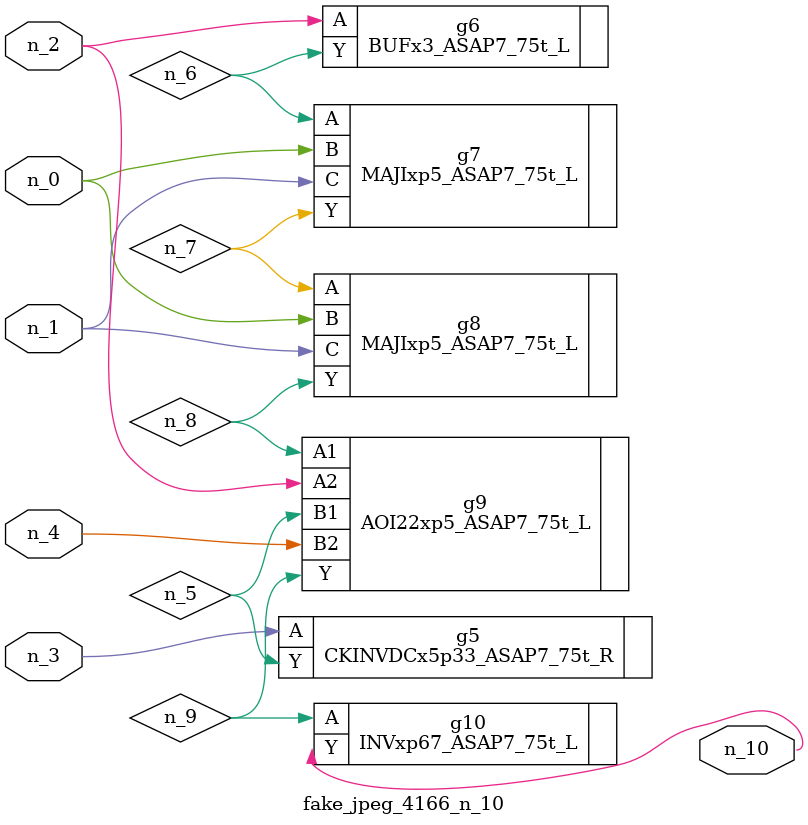
<source format=v>
module fake_jpeg_4166_n_10 (n_3, n_2, n_1, n_0, n_4, n_10);

input n_3;
input n_2;
input n_1;
input n_0;
input n_4;

output n_10;

wire n_8;
wire n_9;
wire n_6;
wire n_5;
wire n_7;

CKINVDCx5p33_ASAP7_75t_R g5 ( 
.A(n_3),
.Y(n_5)
);

BUFx3_ASAP7_75t_L g6 ( 
.A(n_2),
.Y(n_6)
);

MAJIxp5_ASAP7_75t_L g7 ( 
.A(n_6),
.B(n_0),
.C(n_1),
.Y(n_7)
);

MAJIxp5_ASAP7_75t_L g8 ( 
.A(n_7),
.B(n_0),
.C(n_1),
.Y(n_8)
);

AOI22xp5_ASAP7_75t_L g9 ( 
.A1(n_8),
.A2(n_2),
.B1(n_5),
.B2(n_4),
.Y(n_9)
);

INVxp67_ASAP7_75t_L g10 ( 
.A(n_9),
.Y(n_10)
);


endmodule
</source>
